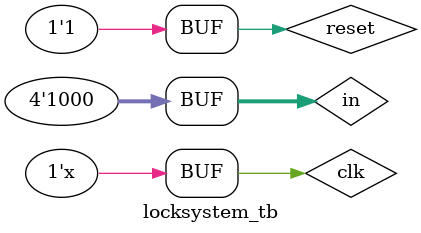
<source format=v>
module locksystem(
  input clk,
  input reset,
  input [3:0] in,
  output reg locked, alarm, entimer, selsw
);
  
  parameter S0 = 3'b000, S1 = 3'b001, S2 = 3'b010, S3 = 3'b011, WRONG = 3'b100, UNLOCK = 3'b101;
  
  reg [2:0] current_state = S0, next_state = S0;
  reg [31:0] counter = 0; 

  always @(posedge clk or posedge reset) begin
    if (reset) 
      current_state <= S0;
    else begin
      current_state <= next_state;
      if (current_state == UNLOCK) begin
        if (counter == 9) begin
          counter <= 0; 
        end
        else begin
          counter <= counter + 1;
        end
      end
    end
  end

  always @(current_state or in or counter) begin
    case(current_state)
      S0: begin
        locked <= 1'b1;
        alarm <= 1'b1;
        entimer <= 1'b0;
        selsw <= 2'b00;
        if (in == 0) next_state <= S1;
        else next_state <= WRONG;
      end
      S1: begin
        locked <= 1'b1;
        alarm <= 1'b1;
        entimer <= 1'b0;
        selsw <= 2'b01;
        if (in == 1) next_state <= S2;
        else next_state <= WRONG;
      end
      S2: begin
        locked <= 1'b1;
        alarm <= 1'b1;
        entimer <= 1'b0;
        selsw <= 2'b10;
        if (in == 2) next_state <= S3;
        else next_state <= WRONG;
      end
      S3: begin
        locked <= 1'b1;
        alarm <= 1'b1;
        entimer <= 1'b0;
        selsw <= 2'b11;
        if (in == 3) next_state <= UNLOCK;
        else next_state <= WRONG;
      end
      WRONG: begin
        locked <= 1'b1;
        alarm <= 1'b1;
        entimer <= 1'b0;
        selsw <= 2'b00;
        next_state <= S0;
      end
      UNLOCK: begin
        locked <= 1'b0;
        alarm <= 1'b0;
        entimer <= 1'b1;
        selsw <= 2'b00;
        if (counter == 9) next_state <= S0;
        else next_state <= UNLOCK;
      end
    endcase
  end
endmodule

//TESTBENCH

module locksystem_tb;
  reg clk, reset;
  reg [3:0] in;
  wire locked, alarm, entimer, selsw;
  
  locksystem uut (
    .clk(clk),
    .in(in),
    .locked(locked),
    .alarm(alarm),
    .reset(reset),
    .selsw(selsw),
    .entimer(entimer)
  );
  
  initial begin
    clk = 1;
    reset = 1;
    #30 reset = 0;
  end
  
  always #5 clk =~clk;
  
  initial begin
    #10 in = 0;
    #10 in = 1;
    #10 in = 2;
    #10 in = 3;
    #10 in = 4;
    #10 in = 0;
    #10 in = 3;
    #10 in = 0;
    #10 in = 1;
    #10 in = 2;
    #10 in = 8;
    #40 reset = 1;
  end
endmodule

</source>
